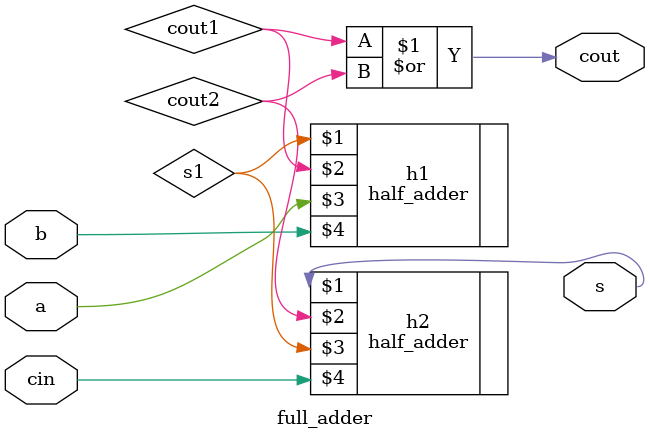
<source format=v>
`include "../half_adder/half_adder.v"

module full_adder(s, cout, a, b, cin);
    output s, cout;
    input a, b, cin;

    half_adder h1(s1, cout1, a, b), h2(s, cout2, s1, cin);
    or g1(cout, cout1, cout2);
endmodule
    
</source>
